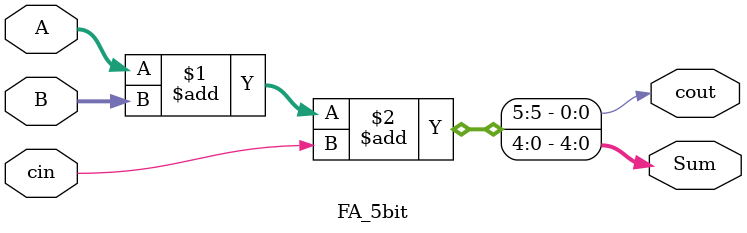
<source format=v>
`timescale 1ns / 1ps
/*
    Engineer: Rodrigo Becerril Ferreyra
    Company: California State University, Long Beach
    Project: Lab 4
    Date: 29 October 2020
*/
module FA_5bit(A, B, cin, Sum, cout);
input [4:0] A, B; input cin;
output [4:0] Sum; output cout;

assign {cout, Sum} = A + B + cin;

endmodule

</source>
